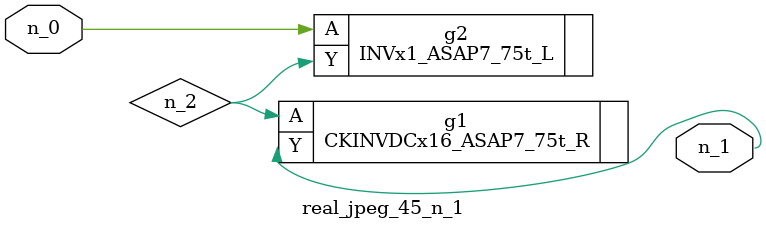
<source format=v>
module real_jpeg_45_n_1 (n_0, n_1);

input n_0;

output n_1;

wire n_2;

INVx1_ASAP7_75t_L g2 ( 
.A(n_0),
.Y(n_2)
);

CKINVDCx16_ASAP7_75t_R g1 ( 
.A(n_2),
.Y(n_1)
);


endmodule
</source>
